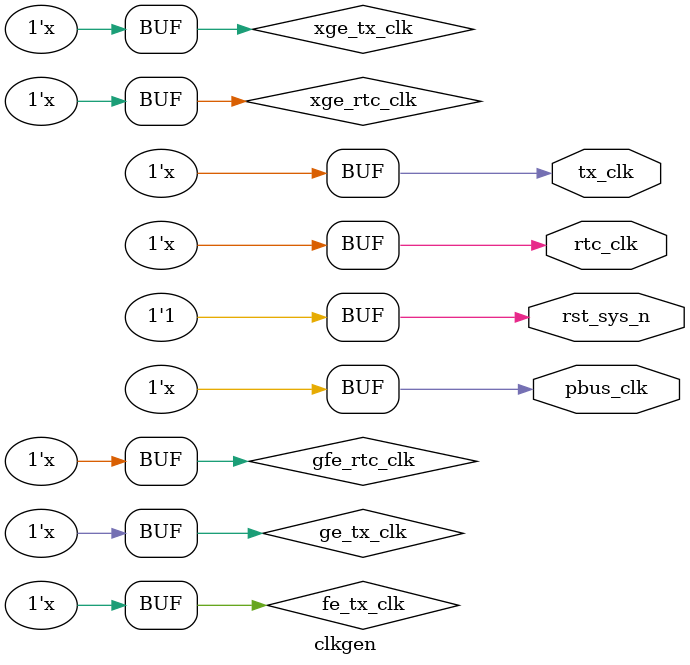
<source format=v>
/*++
//  clock and reset generation
--*/
`include "ptpv2_defines.v"

module clkgen (
`ifdef GFE_DESIGN
  input        mii_mode_i,
`endif

  output       rtc_clk,
  output       tx_clk,
  output reg   pbus_clk,
  output reg   rst_sys_n
);
  parameter    T_PBUS_CLK     = 40,
               T_RTC_CLK     = 8,
               T_XGE_RTC_CLK = 6.4,
               T_GE_TX_CLK   = 8,
               T_FE_TX_CLK   = 40,
               T_XGE_TX_CLK  = 6.4;   

  reg ge_tx_clk, fe_tx_clk, xge_tx_clk;
  reg gfe_rtc_clk, xge_rtc_clk;
  
  //clock and reset initialization
  initial begin
    ge_tx_clk   = 0;
    fe_tx_clk   = 0;
    xge_tx_clk  = 0;
    gfe_rtc_clk = 0;
    xge_rtc_clk = 0;

    pbus_clk     = 0;
    rst_sys_n   = 1;
  end
  
  // clock generation
  always #(T_PBUS_CLK/2) pbus_clk = ~pbus_clk;

  always #(T_RTC_CLK/2) gfe_rtc_clk = ~gfe_rtc_clk;

  always #(T_XGE_RTC_CLK/2) xge_rtc_clk = ~xge_rtc_clk;

  always #(T_GE_TX_CLK/2) ge_tx_clk = ~ge_tx_clk;         
  
  always #(T_FE_TX_CLK/2) fe_tx_clk = ~fe_tx_clk;         

  always #(T_XGE_TX_CLK/2) xge_tx_clk = ~xge_tx_clk;         

`ifdef GFE_DESIGN 
  assign rtc_clk = gfe_rtc_clk;
  assign tx_clk  = (mii_mode_i == 1'b0) ? ge_tx_clk : fe_tx_clk;
`else
  assign rtc_clk = xge_rtc_clk;
  assign tx_clk  = xge_tx_clk;
`endif

  // task for reset operation
  task reset;
  begin
      #55
      rst_sys_n    = 0;
      
      #(40*5000);
 
      #355 
      rst_sys_n    = 1;
  end
  endtask 
  
endmodule


</source>
